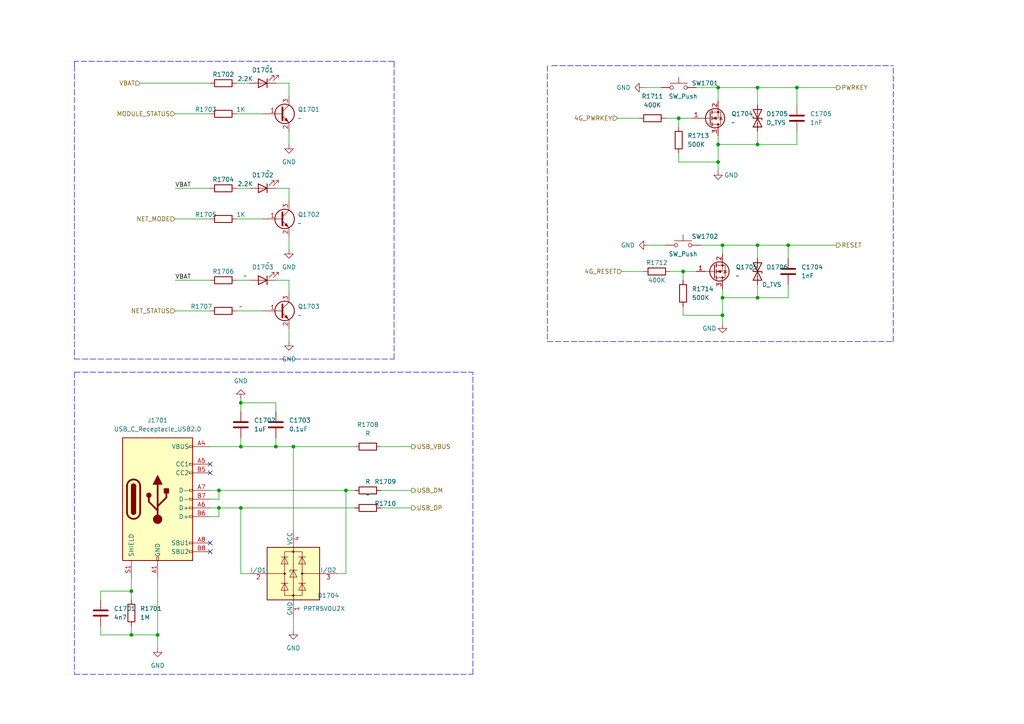
<source format=kicad_sch>
(kicad_sch (version 20211123) (generator eeschema)
  (paper "A4")
  (lib_symbols
    (symbol "Connector:USB_C_Receptacle_USB2.0" (pin_names (offset 1.016))
      (property "Reference" "J" (at -10.16 19.05 0))
      (property "Value" "USB_C_Receptacle_USB2.0" (at 19.05 19.05 0))
      (symbol "USB_C_Receptacle_USB2.0_0_0"
        (rectangle (start -0.254 -17.78) (end 0.254 -16.764))
        (rectangle (start 10.16 -14.986) (end 9.144 -15.494))
        (rectangle (start 10.16 -12.446) (end 9.144 -12.954))
        (rectangle (start 10.16 -4.826) (end 9.144 -5.334))
        (rectangle (start 10.16 -2.286) (end 9.144 -2.794))
        (rectangle (start 10.16 0.254) (end 9.144 -0.254))
        (rectangle (start 10.16 2.794) (end 9.144 2.286))
        (rectangle (start 10.16 7.874) (end 9.144 7.366))
        (rectangle (start 10.16 10.414) (end 9.144 9.906))
        (rectangle (start 10.16 15.494) (end 9.144 14.986))
      )
      (symbol "USB_C_Receptacle_USB2.0_0_1"
        (rectangle (start -10.16 17.78) (end 10.16 -17.78) (stroke (width 0.254)) (fill (type background)))
        (arc (start -8.89 -3.81) (mid -6.985 -5.715) (end -5.08 -3.81) (stroke (width 0.508)))
        (arc (start -7.62 -3.81) (mid -6.985 -4.445) (end -6.35 -3.81) (stroke (width 0.254)))
        (arc (start -7.62 -3.81) (mid -6.985 -4.445) (end -6.35 -3.81) (stroke (width 0.254)) (fill (type outline)))
        (rectangle (start -7.62 -3.81) (end -6.35 3.81) (stroke (width 0.254)) (fill (type outline)))
        (arc (start -6.35 3.81) (mid -6.985 4.445) (end -7.62 3.81) (stroke (width 0.254)))
        (arc (start -6.35 3.81) (mid -6.985 4.445) (end -7.62 3.81) (stroke (width 0.254)) (fill (type outline)))
        (arc (start -5.08 3.81) (mid -6.985 5.715) (end -8.89 3.81) (stroke (width 0.508)))
        (circle (center -2.54 1.143) (radius 0.635) (stroke (width 0.254)) (fill (type outline)))
        (circle (center 0 -5.842) (radius 1.27) (fill (type outline)))
        (polyline (pts (xy -8.89 -3.81) (xy -8.89 3.81)) (stroke (width 0.508)))
        (polyline (pts (xy -5.08 3.81) (xy -5.08 -3.81)) (stroke (width 0.508)))
        (polyline (pts (xy 0 -5.842) (xy 0 4.318)) (stroke (width 0.508)))
        (polyline (pts (xy 0 -3.302) (xy -2.54 -0.762) (xy -2.54 0.508)) (stroke (width 0.508)))
        (polyline (pts (xy 0 -2.032) (xy 2.54 0.508) (xy 2.54 1.778)) (stroke (width 0.508)))
        (polyline (pts (xy -1.27 4.318) (xy 0 6.858) (xy 1.27 4.318) (xy -1.27 4.318)) (stroke (width 0.254)) (fill (type outline)))
        (rectangle (start 1.905 1.778) (end 3.175 3.048) (stroke (width 0.254)) (fill (type outline)))
      )
      (symbol "USB_C_Receptacle_USB2.0_1_1"
        (pin passive line (at 0 -22.86 90) (length 5.08) (name "GND") (number "A1"))
        (pin passive line (at 0 -22.86 90) (length 5.08) hide (name "GND") (number "A12"))
        (pin passive line (at 15.24 15.24 180) (length 5.08) (name "VBUS") (number "A4"))
        (pin bidirectional line (at 15.24 10.16 180) (length 5.08) (name "CC1") (number "A5"))
        (pin bidirectional line (at 15.24 -2.54 180) (length 5.08) (name "D+") (number "A6"))
        (pin bidirectional line (at 15.24 2.54 180) (length 5.08) (name "D-") (number "A7"))
        (pin bidirectional line (at 15.24 -12.7 180) (length 5.08) (name "SBU1") (number "A8"))
        (pin passive line (at 15.24 15.24 180) (length 5.08) hide (name "VBUS") (number "A9"))
        (pin passive line (at 0 -22.86 90) (length 5.08) hide (name "GND") (number "B1"))
        (pin passive line (at 0 -22.86 90) (length 5.08) hide (name "GND") (number "B12"))
        (pin passive line (at 15.24 15.24 180) (length 5.08) hide (name "VBUS") (number "B4"))
        (pin bidirectional line (at 15.24 7.62 180) (length 5.08) (name "CC2") (number "B5"))
        (pin bidirectional line (at 15.24 -5.08 180) (length 5.08) (name "D+") (number "B6"))
        (pin bidirectional line (at 15.24 0 180) (length 5.08) (name "D-") (number "B7"))
        (pin bidirectional line (at 15.24 -15.24 180) (length 5.08) (name "SBU2") (number "B8"))
        (pin passive line (at 15.24 15.24 180) (length 5.08) hide (name "VBUS") (number "B9"))
        (pin passive line (at -7.62 -22.86 90) (length 5.08) (name "SHIELD") (number "S1"))
      )
    )
    (symbol "Device:C" (pin_numbers hide) (pin_names (offset 0.254))
      (property "Reference" "C" (at 0.635 2.54 0))
      (property "Value" "C" (at 0.635 -2.54 0))
      (symbol "C_0_1"
        (polyline (pts (xy -2.032 -0.762) (xy 2.032 -0.762)) (stroke (width 0.508)))
        (polyline (pts (xy -2.032 0.762) (xy 2.032 0.762)) (stroke (width 0.508)))
      )
      (symbol "C_1_1"
        (pin passive line (at 0 3.81 270) (length 2.794) (name "~") (number "1"))
        (pin passive line (at 0 -3.81 90) (length 2.794) (name "~") (number "2"))
      )
    )
    (symbol "Device:D_TVS" (pin_numbers hide) (pin_names (offset 1.016) hide)
      (property "Reference" "D" (at 0 2.54 0))
      (property "Value" "D_TVS" (at 0 -2.54 0))
      (symbol "D_TVS_0_1"
        (polyline (pts (xy 1.27 0) (xy -1.27 0)))
        (polyline (pts (xy 0.508 1.27) (xy 0 1.27) (xy 0 -1.27) (xy -0.508 -1.27)) (stroke (width 0.254)))
        (polyline (pts (xy -2.54 1.27) (xy -2.54 -1.27) (xy 2.54 1.27) (xy 2.54 -1.27) (xy -2.54 1.27)) (stroke (width 0.254)))
      )
      (symbol "D_TVS_1_1"
        (pin passive line (at -3.81 0 0) (length 2.54) (name "A1") (number "1"))
        (pin passive line (at 3.81 0 180) (length 2.54) (name "A2") (number "2"))
      )
    )
    (symbol "Device:LED" (pin_numbers hide) (pin_names (offset 1.016) hide)
      (property "Reference" "D" (at 0 2.54 0))
      (property "Value" "LED" (at 0 -2.54 0))
      (symbol "LED_0_1"
        (polyline (pts (xy -1.27 -1.27) (xy -1.27 1.27)) (stroke (width 0.254)))
        (polyline (pts (xy -1.27 0) (xy 1.27 0)))
        (polyline (pts (xy 1.27 -1.27) (xy 1.27 1.27) (xy -1.27 0) (xy 1.27 -1.27)) (stroke (width 0.254)))
        (polyline (pts (xy -3.048 -0.762) (xy -4.572 -2.286) (xy -3.81 -2.286) (xy -4.572 -2.286) (xy -4.572 -1.524)))
        (polyline (pts (xy -1.778 -0.762) (xy -3.302 -2.286) (xy -2.54 -2.286) (xy -3.302 -2.286) (xy -3.302 -1.524)))
      )
      (symbol "LED_1_1"
        (pin passive line (at -3.81 0 0) (length 2.54) (name "K") (number "1"))
        (pin passive line (at 3.81 0 180) (length 2.54) (name "A") (number "2"))
      )
    )
    (symbol "Device:R" (pin_numbers hide) (pin_names (offset 0))
      (property "Reference" "R" (at 2.032 0 90))
      (property "Value" "R" (at 0 0 90))
      (symbol "R_0_1"
        (rectangle (start -1.016 -2.54) (end 1.016 2.54) (stroke (width 0.254)))
      )
      (symbol "R_1_1"
        (pin passive line (at 0 3.81 270) (length 1.27) (name "~") (number "1"))
        (pin passive line (at 0 -3.81 90) (length 1.27) (name "~") (number "2"))
      )
    )
    (symbol "Power_Protection:PRTR5V0U2X" (pin_names (offset 0))
      (property "Reference" "D" (at 2.794 8.636 0))
      (property "Value" "PRTR5V0U2X" (at 8.128 -9.398 0))
      (symbol "PRTR5V0U2X_0_1"
        (rectangle (start -7.62 -7.62) (end 7.62 7.62) (stroke (width 0.254)) (fill (type background)))
        (circle (center -2.54 0) (radius 0.254) (fill (type outline)))
        (rectangle (start -2.54 6.35) (end 2.54 -6.35))
        (circle (center 0 -6.35) (radius 0.254) (fill (type outline)))
        (polyline (pts (xy -2.54 0) (xy -7.62 0)))
        (polyline (pts (xy -1.524 -2.794) (xy -3.556 -2.794)))
        (polyline (pts (xy -1.524 4.826) (xy -3.556 4.826)))
        (polyline (pts (xy 0 -7.62) (xy 0 7.62)))
        (polyline (pts (xy 1.524 -2.794) (xy 3.556 -2.794)))
        (polyline (pts (xy 1.524 4.826) (xy 3.556 4.826)))
        (polyline (pts (xy 2.54 0) (xy 7.62 0)))
        (polyline (pts (xy 1.016 1.016) (xy -1.016 1.016) (xy -1.016 0.508)))
        (polyline (pts (xy -3.556 -4.826) (xy -1.524 -4.826) (xy -2.54 -2.794) (xy -3.556 -4.826)))
        (polyline (pts (xy -3.556 2.794) (xy -1.524 2.794) (xy -2.54 4.826) (xy -3.556 2.794)))
        (polyline (pts (xy -1.016 -1.016) (xy 1.016 -1.016) (xy 0 1.016) (xy -1.016 -1.016)))
        (polyline (pts (xy 3.556 -4.826) (xy 1.524 -4.826) (xy 2.54 -2.794) (xy 3.556 -4.826)))
        (polyline (pts (xy 3.556 2.794) (xy 1.524 2.794) (xy 2.54 4.826) (xy 3.556 2.794)))
        (circle (center 0 6.35) (radius 0.254) (fill (type outline)))
        (circle (center 2.54 0) (radius 0.254) (fill (type outline)))
      )
      (symbol "PRTR5V0U2X_1_1"
        (pin passive line (at 0 -12.7 90) (length 5.08) (name "GND") (number "1"))
        (pin passive line (at -12.7 0 0) (length 5.08) (name "I/O1") (number "2"))
        (pin passive line (at 12.7 0 180) (length 5.08) (name "I/O2") (number "3"))
        (pin passive line (at 0 12.7 270) (length 5.08) (name "VCC") (number "4"))
      )
    )
    (symbol "Switch:SW_Push" (pin_numbers hide) (pin_names (offset 1.016) hide)
      (property "Reference" "SW" (at 1.27 2.54 0))
      (property "Value" "SW_Push" (at 0 -1.524 0))
      (symbol "SW_Push_0_1"
        (circle (center -2.032 0) (radius 0.508))
        (polyline (pts (xy 0 1.27) (xy 0 3.048)))
        (polyline (pts (xy 2.54 1.27) (xy -2.54 1.27)))
        (circle (center 2.032 0) (radius 0.508))
        (pin passive line (at -5.08 0 0) (length 2.54) (name "1") (number "1"))
        (pin passive line (at 5.08 0 180) (length 2.54) (name "2") (number "2"))
      )
    )
    (symbol "Transistor_BJT:MMBT3904" (pin_names (offset 0) hide)
      (property "Reference" "Q" (at 5.08 1.905 0))
      (property "Value" "MMBT3904" (at 5.08 0 0))
      (symbol "MMBT3904_0_1"
        (polyline (pts (xy 0.635 0.635) (xy 2.54 2.54)))
        (polyline (pts (xy 0.635 -0.635) (xy 2.54 -2.54) (xy 2.54 -2.54)))
        (polyline (pts (xy 0.635 1.905) (xy 0.635 -1.905) (xy 0.635 -1.905)) (stroke (width 0.508)))
        (polyline (pts (xy 1.27 -1.778) (xy 1.778 -1.27) (xy 2.286 -2.286) (xy 1.27 -1.778) (xy 1.27 -1.778)) (fill (type outline)))
        (circle (center 1.27 0) (radius 2.8194) (stroke (width 0.254)))
      )
      (symbol "MMBT3904_1_1"
        (pin input line (at -5.08 0 0) (length 5.715) (name "B") (number "1"))
        (pin passive line (at 2.54 -5.08 90) (length 2.54) (name "E") (number "2"))
        (pin passive line (at 2.54 5.08 270) (length 2.54) (name "C") (number "3"))
      )
    )
    (symbol "Transistor_FET:2N7002" (pin_names hide)
      (property "Reference" "Q" (at 5.08 1.905 0))
      (property "Value" "2N7002" (at 5.08 0 0))
      (symbol "2N7002_0_1"
        (polyline (pts (xy 0.254 0) (xy -2.54 0)))
        (polyline (pts (xy 0.254 1.905) (xy 0.254 -1.905)) (stroke (width 0.254)))
        (polyline (pts (xy 0.762 -1.27) (xy 0.762 -2.286)) (stroke (width 0.254)))
        (polyline (pts (xy 0.762 0.508) (xy 0.762 -0.508)) (stroke (width 0.254)))
        (polyline (pts (xy 0.762 2.286) (xy 0.762 1.27)) (stroke (width 0.254)))
        (polyline (pts (xy 2.54 2.54) (xy 2.54 1.778)))
        (polyline (pts (xy 2.54 -2.54) (xy 2.54 0) (xy 0.762 0)))
        (polyline (pts (xy 0.762 -1.778) (xy 3.302 -1.778) (xy 3.302 1.778) (xy 0.762 1.778)))
        (polyline (pts (xy 1.016 0) (xy 2.032 0.381) (xy 2.032 -0.381) (xy 1.016 0)) (fill (type outline)))
        (polyline (pts (xy 2.794 0.508) (xy 2.921 0.381) (xy 3.683 0.381) (xy 3.81 0.254)))
        (polyline (pts (xy 3.302 0.381) (xy 2.921 -0.254) (xy 3.683 -0.254) (xy 3.302 0.381)))
        (circle (center 1.651 0) (radius 2.794) (stroke (width 0.254)))
        (circle (center 2.54 -1.778) (radius 0.254) (fill (type outline)))
        (circle (center 2.54 1.778) (radius 0.254) (fill (type outline)))
      )
      (symbol "2N7002_1_1"
        (pin input line (at -5.08 0 0) (length 2.54) (name "G") (number "1"))
        (pin passive line (at 2.54 -5.08 90) (length 2.54) (name "S") (number "2"))
        (pin passive line (at 2.54 5.08 270) (length 2.54) (name "D") (number "3"))
      )
    )
    (symbol "power:GND" (power) (pin_names (offset 0))
      (property "Value" "GND" (at 0 -3.81 0))
      (symbol "GND_0_1"
        (polyline (pts (xy 0 0) (xy 0 -1.27) (xy 1.27 -1.27) (xy 0 -2.54) (xy -1.27 -1.27) (xy 0 -1.27)))
      )
      (symbol "GND_1_1"
        (pin power_in line (at 0 0 270) (length 0) hide (name "GND") (number "1"))
      )
    )
  )
  (junction (at 209.55 91.44))
  (junction (at 38.1 184.15))
  (junction (at 209.55 71.12))
  (junction (at 38.1 171.45))
  (junction (at 80.01 129.54))
  (junction (at 196.85 34.29))
  (junction (at 208.28 46.99))
  (junction (at 63.5 147.32))
  (junction (at 198.12 78.74))
  (junction (at 100.33 142.24))
  (junction (at 208.28 41.91))
  (junction (at 208.28 25.4))
  (junction (at 69.85 129.54))
  (junction (at 219.71 25.4))
  (junction (at 69.85 116.84))
  (junction (at 219.71 71.12))
  (junction (at 231.14 25.4))
  (junction (at 219.71 41.91))
  (junction (at 63.5 142.24))
  (junction (at 228.6 71.12))
  (junction (at 69.85 147.32))
  (junction (at 45.72 184.15))
  (junction (at 219.71 86.36))
  (junction (at 85.09 129.54))
  (junction (at 209.55 86.36))
  (no_connect (at 60.96 137.16))
  (no_connect (at 60.96 134.62))
  (no_connect (at 60.96 160.02))
  (no_connect (at 60.96 157.48))
  (wire (pts (xy 228.6 71.12) (xy 242.57 71.12)))
  (wire (pts (xy 60.96 149.86) (xy 63.5 149.86)))
  (wire (pts (xy 63.5 142.24) (xy 63.5 144.78)))
  (wire (pts (xy 208.28 25.4) (xy 208.28 29.21)))
  (polyline (pts (xy 137.16 195.58) (xy 137.16 107.95)))
  (polyline (pts (xy 21.59 195.58) (xy 137.16 195.58)))
  (wire (pts (xy 231.14 38.1) (xy 231.14 41.91)))
  (wire (pts (xy 80.01 81.28) (xy 83.82 81.28)))
  (wire (pts (xy 45.72 184.15) (xy 38.1 184.15)))
  (wire (pts (xy 38.1 171.45) (xy 29.21 171.45)))
  (wire (pts (xy 68.58 90.17) (xy 76.2 90.17)))
  (wire (pts (xy 60.96 144.78) (xy 63.5 144.78)))
  (wire (pts (xy 38.1 171.45) (xy 38.1 173.99)))
  (wire (pts (xy 60.96 142.24) (xy 63.5 142.24)))
  (polyline (pts (xy 21.59 107.95) (xy 21.59 195.58)))
  (wire (pts (xy 69.85 127) (xy 69.85 129.54)))
  (wire (pts (xy 83.82 95.25) (xy 83.82 99.06)))
  (wire (pts (xy 38.1 181.61) (xy 38.1 184.15)))
  (wire (pts (xy 80.01 116.84) (xy 69.85 116.84)))
  (wire (pts (xy 85.09 179.07) (xy 85.09 182.88)))
  (wire (pts (xy 219.71 25.4) (xy 208.28 25.4)))
  (wire (pts (xy 219.71 86.36) (xy 209.55 86.36)))
  (wire (pts (xy 187.96 71.12) (xy 193.04 71.12)))
  (wire (pts (xy 198.12 78.74) (xy 198.12 81.28)))
  (wire (pts (xy 209.55 73.66) (xy 209.55 71.12)))
  (wire (pts (xy 209.55 83.82) (xy 209.55 86.36)))
  (wire (pts (xy 231.14 41.91) (xy 219.71 41.91)))
  (polyline (pts (xy 158.75 19.05) (xy 158.75 99.06)))
  (wire (pts (xy 80.01 24.13) (xy 83.82 24.13)))
  (polyline (pts (xy 21.59 107.95) (xy 137.16 107.95)))
  (wire (pts (xy 50.8 90.17) (xy 60.96 90.17)))
  (wire (pts (xy 100.33 142.24) (xy 102.87 142.24)))
  (wire (pts (xy 83.82 54.61) (xy 83.82 58.42)))
  (wire (pts (xy 68.58 63.5) (xy 76.2 63.5)))
  (wire (pts (xy 208.28 41.91) (xy 208.28 46.99)))
  (wire (pts (xy 198.12 88.9) (xy 198.12 91.44)))
  (polyline (pts (xy 158.75 99.06) (xy 259.08 99.06)))
  (wire (pts (xy 69.85 129.54) (xy 80.01 129.54)))
  (wire (pts (xy 100.33 166.37) (xy 100.33 142.24)))
  (wire (pts (xy 196.85 46.99) (xy 208.28 46.99)))
  (wire (pts (xy 231.14 25.4) (xy 231.14 30.48)))
  (wire (pts (xy 50.8 63.5) (xy 60.96 63.5)))
  (polyline (pts (xy 114.3 17.78) (xy 21.59 17.78)))
  (wire (pts (xy 83.82 24.13) (xy 83.82 27.94)))
  (wire (pts (xy 219.71 41.91) (xy 208.28 41.91)))
  (wire (pts (xy 208.28 39.37) (xy 208.28 41.91)))
  (wire (pts (xy 219.71 86.36) (xy 228.6 86.36)))
  (polyline (pts (xy 21.59 17.78) (xy 21.59 19.05)))
  (wire (pts (xy 97.79 166.37) (xy 100.33 166.37)))
  (wire (pts (xy 60.96 129.54) (xy 69.85 129.54)))
  (wire (pts (xy 186.69 25.4) (xy 191.77 25.4)))
  (wire (pts (xy 219.71 25.4) (xy 219.71 30.48)))
  (wire (pts (xy 72.39 166.37) (xy 69.85 166.37)))
  (wire (pts (xy 60.96 147.32) (xy 63.5 147.32)))
  (wire (pts (xy 231.14 25.4) (xy 219.71 25.4)))
  (wire (pts (xy 196.85 34.29) (xy 196.85 36.83)))
  (wire (pts (xy 80.01 54.61) (xy 83.82 54.61)))
  (wire (pts (xy 110.49 129.54) (xy 119.38 129.54)))
  (polyline (pts (xy 21.59 19.05) (xy 21.59 104.14)))
  (wire (pts (xy 80.01 129.54) (xy 85.09 129.54)))
  (wire (pts (xy 38.1 167.64) (xy 38.1 171.45)))
  (wire (pts (xy 80.01 127) (xy 80.01 129.54)))
  (wire (pts (xy 68.58 33.02) (xy 76.2 33.02)))
  (polyline (pts (xy 114.3 104.14) (xy 114.3 17.78)))
  (wire (pts (xy 219.71 71.12) (xy 228.6 71.12)))
  (wire (pts (xy 219.71 71.12) (xy 219.71 74.93)))
  (wire (pts (xy 63.5 142.24) (xy 100.33 142.24)))
  (wire (pts (xy 201.93 78.74) (xy 198.12 78.74)))
  (wire (pts (xy 219.71 38.1) (xy 219.71 41.91)))
  (wire (pts (xy 209.55 91.44) (xy 209.55 93.98)))
  (wire (pts (xy 45.72 167.64) (xy 45.72 184.15)))
  (wire (pts (xy 69.85 147.32) (xy 102.87 147.32)))
  (wire (pts (xy 85.09 129.54) (xy 85.09 153.67)))
  (wire (pts (xy 50.8 81.28) (xy 60.96 81.28)))
  (wire (pts (xy 69.85 147.32) (xy 69.85 166.37)))
  (wire (pts (xy 208.28 46.99) (xy 208.28 49.53)))
  (wire (pts (xy 68.58 24.13) (xy 72.39 24.13)))
  (wire (pts (xy 196.85 44.45) (xy 196.85 46.99)))
  (wire (pts (xy 219.71 82.55) (xy 219.71 86.36)))
  (wire (pts (xy 29.21 171.45) (xy 29.21 173.99)))
  (wire (pts (xy 80.01 119.38) (xy 80.01 116.84)))
  (wire (pts (xy 200.66 34.29) (xy 196.85 34.29)))
  (wire (pts (xy 193.04 34.29) (xy 196.85 34.29)))
  (wire (pts (xy 83.82 81.28) (xy 83.82 85.09)))
  (wire (pts (xy 63.5 147.32) (xy 69.85 147.32)))
  (wire (pts (xy 29.21 181.61) (xy 29.21 184.15)))
  (wire (pts (xy 29.21 184.15) (xy 38.1 184.15)))
  (wire (pts (xy 180.34 78.74) (xy 186.69 78.74)))
  (wire (pts (xy 201.93 25.4) (xy 208.28 25.4)))
  (wire (pts (xy 110.49 142.24) (xy 119.38 142.24)))
  (wire (pts (xy 198.12 91.44) (xy 209.55 91.44)))
  (wire (pts (xy 110.49 147.32) (xy 119.38 147.32)))
  (polyline (pts (xy 259.08 99.06) (xy 259.08 19.05)))
  (wire (pts (xy 68.58 81.28) (xy 72.39 81.28)))
  (wire (pts (xy 242.57 25.4) (xy 231.14 25.4)))
  (wire (pts (xy 50.8 54.61) (xy 60.96 54.61)))
  (polyline (pts (xy 160.02 19.05) (xy 259.08 19.05)))
  (wire (pts (xy 203.2 71.12) (xy 209.55 71.12)))
  (wire (pts (xy 228.6 71.12) (xy 228.6 74.93)))
  (wire (pts (xy 85.09 129.54) (xy 102.87 129.54)))
  (wire (pts (xy 40.64 24.13) (xy 60.96 24.13)))
  (wire (pts (xy 228.6 82.55) (xy 228.6 86.36)))
  (wire (pts (xy 83.82 38.1) (xy 83.82 41.91)))
  (wire (pts (xy 69.85 115.57) (xy 69.85 116.84)))
  (wire (pts (xy 69.85 116.84) (xy 69.85 119.38)))
  (wire (pts (xy 194.31 78.74) (xy 198.12 78.74)))
  (wire (pts (xy 50.8 33.02) (xy 60.96 33.02)))
  (wire (pts (xy 179.07 34.29) (xy 185.42 34.29)))
  (wire (pts (xy 209.55 86.36) (xy 209.55 91.44)))
  (wire (pts (xy 45.72 184.15) (xy 45.72 187.96)))
  (wire (pts (xy 68.58 54.61) (xy 72.39 54.61)))
  (wire (pts (xy 209.55 71.12) (xy 219.71 71.12)))
  (wire (pts (xy 63.5 147.32) (xy 63.5 149.86)))
  (polyline (pts (xy 21.59 104.14) (xy 114.3 104.14)))
  (wire (pts (xy 83.82 68.58) (xy 83.82 72.39)))
  (label "VBAT" (at 50.8 54.61 0))
  (label "VBAT" (at 50.8 81.28 0))
  (hierarchical_label "NET_MODE" (shape input) (at 50.8 63.5 180))
  (hierarchical_label "VBAT" (shape input) (at 40.64 24.13 180))
  (hierarchical_label "PWRKEY" (shape output) (at 242.57 25.4 0))
  (hierarchical_label "USB_DM" (shape output) (at 119.38 142.24 0))
  (hierarchical_label "MODULE_STATUS" (shape input) (at 50.8 33.02 180))
  (hierarchical_label "RESET" (shape output) (at 242.57 71.12 0))
  (hierarchical_label "NET_STATUS" (shape input) (at 50.8 90.17 180))
  (hierarchical_label "USB_VBUS" (shape output) (at 119.38 129.54 0))
  (hierarchical_label "USB_DP" (shape output) (at 119.38 147.32 0))
  (hierarchical_label "4G_PWRKEY" (shape input) (at 179.07 34.29 180))
  (hierarchical_label "4G_RESET" (shape input) (at 180.34 78.74 180))
  (symbol (lib_id "power:GND") (at 69.85 115.57 180) (unit 1)
    (property "Reference" "#PWR01702" (effects hide))
    (property "Value" "GND" (at 69.85 110.49 0))
  )
  (symbol (lib_id "power:GND") (at 186.69 25.4 270) (unit 1)
    (property "Reference" "#PWR01707" (effects hide))
    (property "Value" "GND" (at 182.88 25.3999 90) (effects (justify right)))
  )
  (symbol (lib_id "Transistor_BJT:MMBT3904") (at 81.28 33.02 0) (unit 1)
    (property "Reference" "Q1701" (at 86.36 31.7499 0) (effects (justify left)))
    (property "Value" "~" (at 86.36 34.2899 0) (effects (justify left)))
    (property "Datasheet" "https://www.onsemi.com/pub/Collateral/2N3903-D.PDF" (effects hide))
  )
  (symbol (lib_id "power:GND") (at 208.28 49.53 0) (unit 1)
    (property "Reference" "#PWR01709" (effects hide))
    (property "Value" "GND" (at 212.09 50.8 0))
  )
  (symbol (lib_id "Device:R") (at 64.77 63.5 90) (unit 1)
    (property "Reference" "R1705" (at 59.69 62.23 90))
    (property "Value" "1K" (at 69.85 62.23 90))
  )
  (symbol (lib_id "Device:D_TVS") (at 219.71 78.74 90) (unit 1)
    (property "Reference" "D1706" (at 222.25 77.4699 90) (effects (justify right)))
    (property "Value" "D_TVS" (at 220.98 82.55 90) (effects (justify right)))
  )
  (symbol (lib_id "Device:R") (at 64.77 54.61 90) (unit 1)
    (property "Reference" "R1704" (at 64.77 52.07 90))
    (property "Value" "2.2K" (at 71.12 53.34 90))
  )
  (symbol (lib_id "Device:R") (at 64.77 81.28 90) (unit 1)
    (property "Reference" "R1706" (at 64.77 78.74 90))
    (property "Value" "~" (at 71.12 80.01 90))
  )
  (symbol (lib_id "power:GND") (at 45.72 187.96 0) (unit 1)
    (property "Reference" "#PWR01701" (effects hide))
    (property "Value" "GND" (at 45.72 193.04 0))
  )
  (symbol (lib_id "Power_Protection:PRTR5V0U2X") (at 85.09 166.37 0) (unit 1)
    (property "Reference" "D1704" (at 95.25 172.72 0))
    (property "Value" "PRTR5V0U2X" (at 93.98 176.53 0))
    (property "Footprint" "Package_TO_SOT_SMD:SOT-143" (effects hide))
    (property "Datasheet" "https://assets.nexperia.com/documents/data-sheet/PRTR5V0U2X.pdf" (effects hide))
  )
  (symbol (lib_id "Device:C") (at 228.6 78.74 0) (unit 1)
    (property "Reference" "C1704" (at 232.41 77.4699 0) (effects (justify left)))
    (property "Value" "1nF" (at 232.41 80.0099 0) (effects (justify left)))
  )
  (symbol (lib_id "power:GND") (at 83.82 72.39 0) (unit 1)
    (property "Reference" "#PWR01704" (effects hide))
    (property "Value" "~" (at 83.82 77.47 0))
  )
  (symbol (lib_id "Connector:USB_C_Receptacle_USB2.0") (at 45.72 144.78 0) (unit 1)
    (property "Reference" "J1701" (at 45.72 121.92 0))
    (property "Value" "USB_C_Receptacle_USB2.0" (at 45.72 124.46 0))
    (property "Datasheet" "https://www.usb.org/sites/default/files/documents/usb_type-c.zip" (effects hide))
  )
  (symbol (lib_id "Device:R") (at 189.23 34.29 90) (unit 1)
    (property "Reference" "R1711" (at 189.23 27.94 90))
    (property "Value" "400K" (at 189.23 30.48 90))
  )
  (symbol (lib_id "Device:C") (at 231.14 34.29 0) (unit 1)
    (property "Reference" "C1705" (at 234.95 33.0199 0) (effects (justify left)))
    (property "Value" "1nF" (at 234.95 35.5599 0) (effects (justify left)))
  )
  (symbol (lib_id "Device:R") (at 64.77 24.13 90) (unit 1)
    (property "Reference" "R1702" (at 64.77 21.59 90))
    (property "Value" "2.2K" (at 71.12 22.86 90))
  )
  (symbol (lib_id "Transistor_FET:2N7002") (at 205.74 34.29 0) (mirror x) (unit 1)
    (property "Reference" "Q1704" (at 212.09 33.0199 0) (effects (justify left)))
    (property "Value" "~" (at 212.09 35.5599 0) (effects (justify left)))
    (property "Datasheet" "https://www.onsemi.com/pub/Collateral/NDS7002A-D.PDF" (effects hide))
  )
  (symbol (lib_id "Transistor_BJT:MMBT3904") (at 81.28 90.17 0) (unit 1)
    (property "Reference" "Q1703" (at 86.36 88.8999 0) (effects (justify left)))
    (property "Value" "~" (at 86.36 91.4399 0) (effects (justify left)))
    (property "Datasheet" "https://www.onsemi.com/pub/Collateral/2N3903-D.PDF" (effects hide))
  )
  (symbol (lib_id "Device:R") (at 106.68 142.24 90) (unit 1)
    (property "Reference" "R1709" (at 111.76 139.7 90))
    (property "Value" "R" (at 106.68 139.7 90))
  )
  (symbol (lib_id "Device:LED") (at 76.2 81.28 180) (unit 1)
    (property "Reference" "D1703" (at 76.2 77.47 0))
    (property "Value" "~" (at 77.7875 76.2 0))
  )
  (symbol (lib_id "Device:C") (at 80.01 123.19 0) (unit 1)
    (property "Reference" "C1703" (at 83.82 121.9199 0) (effects (justify left)))
    (property "Value" "0.1uF" (at 83.82 124.4599 0) (effects (justify left)))
  )
  (symbol (lib_id "Device:D_TVS") (at 219.71 34.29 90) (unit 1)
    (property "Reference" "D1705" (at 222.25 33.0199 90) (effects (justify right)))
    (property "Value" "D_TVS" (at 222.25 35.5599 90) (effects (justify right)))
  )
  (symbol (lib_id "Switch:SW_Push") (at 196.85 25.4 0) (unit 1)
    (property "Reference" "SW1701" (at 204.47 24.13 0))
    (property "Value" "SW_Push" (at 198.12 27.94 0))
  )
  (symbol (lib_id "power:GND") (at 85.09 182.88 0) (unit 1)
    (property "Reference" "#PWR01706" (effects hide))
    (property "Value" "~" (at 85.09 187.96 0))
  )
  (symbol (lib_id "Transistor_FET:2N7002") (at 207.01 78.74 0) (mirror x) (unit 1)
    (property "Reference" "Q1705" (at 213.36 77.4699 0) (effects (justify left)))
    (property "Value" "~" (at 213.36 80.0099 0) (effects (justify left)))
    (property "Datasheet" "https://www.onsemi.com/pub/Collateral/NDS7002A-D.PDF" (effects hide))
  )
  (symbol (lib_id "power:GND") (at 83.82 99.06 0) (unit 1)
    (property "Reference" "#PWR01705" (effects hide))
    (property "Value" "~" (at 83.82 104.14 0))
  )
  (symbol (lib_id "power:GND") (at 209.55 93.98 0) (unit 1)
    (property "Reference" "#PWR01710" (effects hide))
    (property "Value" "GND" (at 205.74 95.25 0))
  )
  (symbol (lib_id "Device:LED") (at 76.2 24.13 180) (unit 1)
    (property "Reference" "D1701" (at 76.2 20.32 0))
    (property "Value" "~" (at 77.7875 19.05 0))
  )
  (symbol (lib_id "Device:R") (at 198.12 85.09 0) (unit 1)
    (property "Reference" "R1714" (at 200.66 83.8199 0) (effects (justify left)))
    (property "Value" "500K" (at 200.66 86.3599 0) (effects (justify left)))
  )
  (symbol (lib_id "Device:R") (at 106.68 129.54 90) (unit 1)
    (property "Reference" "R1708" (at 106.68 123.19 90))
    (property "Value" "R" (at 106.68 125.73 90))
  )
  (symbol (lib_id "power:GND") (at 187.96 71.12 270) (unit 1)
    (property "Reference" "#PWR01708" (effects hide))
    (property "Value" "GND" (at 184.15 71.1199 90) (effects (justify right)))
  )
  (symbol (lib_id "Switch:SW_Push") (at 198.12 71.12 0) (unit 1)
    (property "Reference" "SW1702" (at 204.47 68.58 0))
    (property "Value" "SW_Push" (at 198.12 73.66 0))
  )
  (symbol (lib_id "Device:R") (at 64.77 90.17 90) (unit 1)
    (property "Reference" "R1707" (at 58.42 88.9 90))
    (property "Value" "~" (at 69.85 88.9 90))
  )
  (symbol (lib_id "Device:R") (at 38.1 177.8 0) (unit 1)
    (property "Reference" "R1701" (at 40.64 176.5299 0) (effects (justify left)))
    (property "Value" "1M" (at 40.64 179.0699 0) (effects (justify left)))
  )
  (symbol (lib_id "power:GND") (at 83.82 41.91 0) (unit 1)
    (property "Reference" "#PWR01703" (effects hide))
    (property "Value" "GND" (at 83.82 46.99 0))
  )
  (symbol (lib_id "Device:C") (at 69.85 123.19 0) (unit 1)
    (property "Reference" "C1702" (at 73.66 121.9199 0) (effects (justify left)))
    (property "Value" "1uF" (at 73.66 124.4599 0) (effects (justify left)))
  )
  (symbol (lib_id "Device:R") (at 64.77 33.02 90) (unit 1)
    (property "Reference" "R1703" (at 59.69 31.75 90))
    (property "Value" "1K" (at 69.85 31.75 90))
  )
  (symbol (lib_id "Device:R") (at 196.85 40.64 0) (unit 1)
    (property "Reference" "R1713" (at 199.39 39.3699 0) (effects (justify left)))
    (property "Value" "500K" (at 199.39 41.9099 0) (effects (justify left)))
  )
  (symbol (lib_id "Device:R") (at 106.68 147.32 90) (unit 1)
    (property "Reference" "R1710" (at 111.76 146.05 90))
    (property "Value" "~" (at 106.68 143.51 90))
  )
  (symbol (lib_id "Device:LED") (at 76.2 54.61 180) (unit 1)
    (property "Reference" "D1702" (at 76.2 50.8 0))
    (property "Value" "~" (at 77.7875 49.53 0))
  )
  (symbol (lib_id "Transistor_BJT:MMBT3904") (at 81.28 63.5 0) (unit 1)
    (property "Reference" "Q1702" (at 86.36 62.2299 0) (effects (justify left)))
    (property "Value" "~" (at 86.36 64.7699 0) (effects (justify left)))
    (property "Datasheet" "https://www.onsemi.com/pub/Collateral/2N3903-D.PDF" (effects hide))
  )
  (symbol (lib_id "Device:C") (at 29.21 177.8 0) (unit 1)
    (property "Reference" "C1701" (at 33.02 176.5299 0) (effects (justify left)))
    (property "Value" "4n7" (at 33.02 179.0699 0) (effects (justify left)))
  )
  (symbol (lib_id "Device:R") (at 190.5 78.74 90) (unit 1)
    (property "Reference" "R1712" (at 190.5 76.2 90))
    (property "Value" "400K" (at 190.5 81.28 90))
  )
)
</source>
